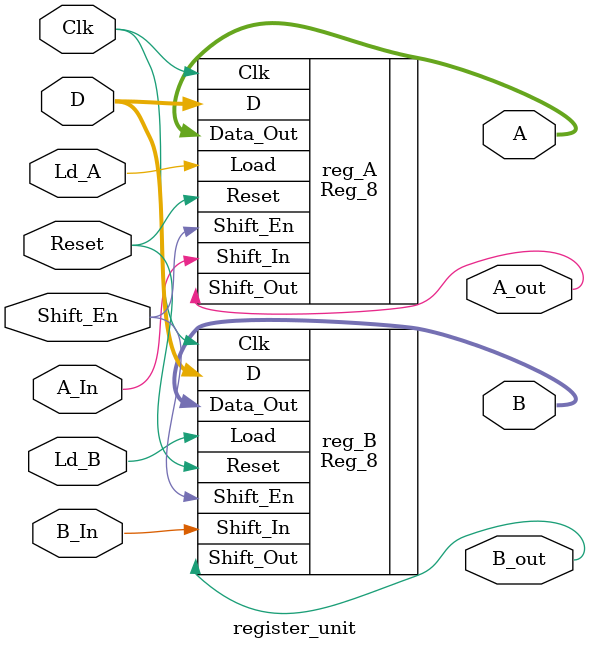
<source format=sv>
module register_unit (
	input  logic        Clk, 
	input  logic        Reset,
	input  logic        A_In,
	input  logic        B_In,
	input  logic        Ld_A,
	input  logic        Ld_B, 
	input  logic        Shift_En,
	input  logic [7:0]  D, 

	output logic        A_out, 
	output logic        B_out, 
	output logic [7:0]  A,
	output logic [7:0]  B
);



	Reg_8 reg_A (
		.Clk            (Clk), 
		.Reset          (Reset),

		.Shift_In       (A_In), 
		.Load           (Ld_A), 
		.Shift_En       (Shift_En),
		.D              (D),

		.Shift_Out      (A_out),
		.Data_Out       (A)
	);

	Reg_8 reg_B (
		.Clk            (Clk), 
		.Reset          (Reset),

		.Shift_In       (B_In), 
		.Load           (Ld_B), 
		.Shift_En       (Shift_En),
		.D              (D),

		.Shift_Out      (B_out),
		.Data_Out       (B)
	);


endmodule

</source>
